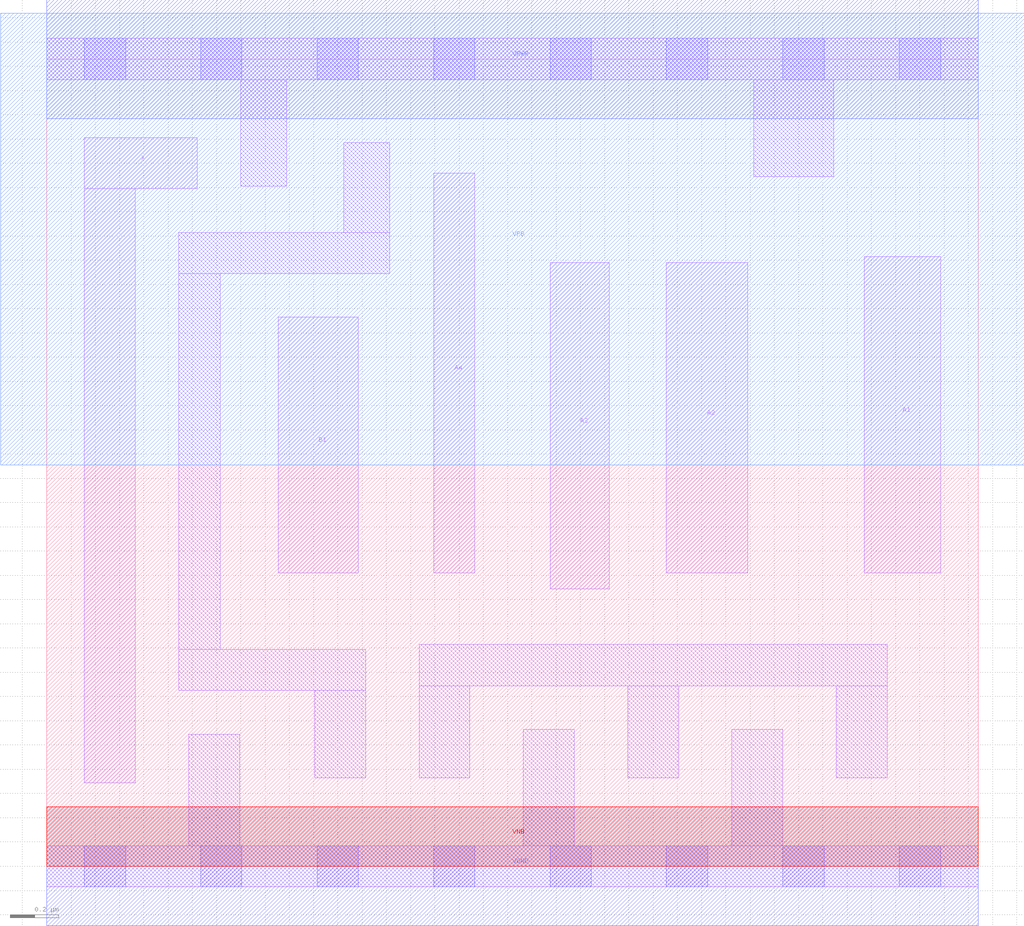
<source format=lef>
# Copyright 2020 The SkyWater PDK Authors
#
# Licensed under the Apache License, Version 2.0 (the "License");
# you may not use this file except in compliance with the License.
# You may obtain a copy of the License at
#
#     https://www.apache.org/licenses/LICENSE-2.0
#
# Unless required by applicable law or agreed to in writing, software
# distributed under the License is distributed on an "AS IS" BASIS,
# WITHOUT WARRANTIES OR CONDITIONS OF ANY KIND, either express or implied.
# See the License for the specific language governing permissions and
# limitations under the License.
#
# SPDX-License-Identifier: Apache-2.0

VERSION 5.7 ;
  NOWIREEXTENSIONATPIN ON ;
  DIVIDERCHAR "/" ;
  BUSBITCHARS "[]" ;
MACRO sky130_fd_sc_lp__o41a_m
  CLASS CORE ;
  FOREIGN sky130_fd_sc_lp__o41a_m ;
  ORIGIN  0.000000  0.000000 ;
  SIZE  3.840000 BY  3.330000 ;
  SYMMETRY X Y R90 ;
  SITE unit ;
  PIN A1
    ANTENNAGATEAREA  0.126000 ;
    DIRECTION INPUT ;
    USE SIGNAL ;
    PORT
      LAYER li1 ;
        RECT 3.370000 1.210000 3.685000 2.515000 ;
    END
  END A1
  PIN A2
    ANTENNAGATEAREA  0.126000 ;
    DIRECTION INPUT ;
    USE SIGNAL ;
    PORT
      LAYER li1 ;
        RECT 2.555000 1.210000 2.890000 2.490000 ;
    END
  END A2
  PIN A3
    ANTENNAGATEAREA  0.126000 ;
    DIRECTION INPUT ;
    USE SIGNAL ;
    PORT
      LAYER li1 ;
        RECT 2.075000 1.145000 2.320000 2.490000 ;
    END
  END A3
  PIN A4
    ANTENNAGATEAREA  0.126000 ;
    DIRECTION INPUT ;
    USE SIGNAL ;
    PORT
      LAYER li1 ;
        RECT 1.595000 1.210000 1.765000 2.860000 ;
    END
  END A4
  PIN B1
    ANTENNAGATEAREA  0.126000 ;
    DIRECTION INPUT ;
    USE SIGNAL ;
    PORT
      LAYER li1 ;
        RECT 0.955000 1.210000 1.285000 2.265000 ;
    END
  END B1
  PIN X
    ANTENNADIFFAREA  0.222600 ;
    DIRECTION OUTPUT ;
    USE SIGNAL ;
    PORT
      LAYER li1 ;
        RECT 0.155000 0.345000 0.365000 2.795000 ;
        RECT 0.155000 2.795000 0.620000 3.005000 ;
    END
  END X
  PIN VGND
    DIRECTION INOUT ;
    USE GROUND ;
    PORT
      LAYER met1 ;
        RECT 0.000000 -0.245000 3.840000 0.245000 ;
    END
  END VGND
  PIN VNB
    DIRECTION INOUT ;
    USE GROUND ;
    PORT
      LAYER pwell ;
        RECT 0.000000 0.000000 3.840000 0.245000 ;
    END
  END VNB
  PIN VPB
    DIRECTION INOUT ;
    USE POWER ;
    PORT
      LAYER nwell ;
        RECT -0.190000 1.655000 4.030000 3.520000 ;
    END
  END VPB
  PIN VPWR
    DIRECTION INOUT ;
    USE POWER ;
    PORT
      LAYER met1 ;
        RECT 0.000000 3.085000 3.840000 3.575000 ;
    END
  END VPWR
  OBS
    LAYER li1 ;
      RECT 0.000000 -0.085000 3.840000 0.085000 ;
      RECT 0.000000  3.245000 3.840000 3.415000 ;
      RECT 0.545000  0.725000 1.315000 0.895000 ;
      RECT 0.545000  0.895000 0.715000 2.445000 ;
      RECT 0.545000  2.445000 1.415000 2.615000 ;
      RECT 0.585000  0.085000 0.795000 0.545000 ;
      RECT 0.800000  2.805000 0.990000 3.245000 ;
      RECT 1.105000  0.365000 1.315000 0.725000 ;
      RECT 1.225000  2.615000 1.415000 2.985000 ;
      RECT 1.535000  0.365000 1.745000 0.745000 ;
      RECT 1.535000  0.745000 3.465000 0.915000 ;
      RECT 1.965000  0.085000 2.175000 0.565000 ;
      RECT 2.395000  0.365000 2.605000 0.745000 ;
      RECT 2.825000  0.085000 3.035000 0.565000 ;
      RECT 2.915000  2.845000 3.245000 3.245000 ;
      RECT 3.255000  0.365000 3.465000 0.745000 ;
    LAYER mcon ;
      RECT 0.155000 -0.085000 0.325000 0.085000 ;
      RECT 0.155000  3.245000 0.325000 3.415000 ;
      RECT 0.635000 -0.085000 0.805000 0.085000 ;
      RECT 0.635000  3.245000 0.805000 3.415000 ;
      RECT 1.115000 -0.085000 1.285000 0.085000 ;
      RECT 1.115000  3.245000 1.285000 3.415000 ;
      RECT 1.595000 -0.085000 1.765000 0.085000 ;
      RECT 1.595000  3.245000 1.765000 3.415000 ;
      RECT 2.075000 -0.085000 2.245000 0.085000 ;
      RECT 2.075000  3.245000 2.245000 3.415000 ;
      RECT 2.555000 -0.085000 2.725000 0.085000 ;
      RECT 2.555000  3.245000 2.725000 3.415000 ;
      RECT 3.035000 -0.085000 3.205000 0.085000 ;
      RECT 3.035000  3.245000 3.205000 3.415000 ;
      RECT 3.515000 -0.085000 3.685000 0.085000 ;
      RECT 3.515000  3.245000 3.685000 3.415000 ;
  END
END sky130_fd_sc_lp__o41a_m
END LIBRARY

</source>
